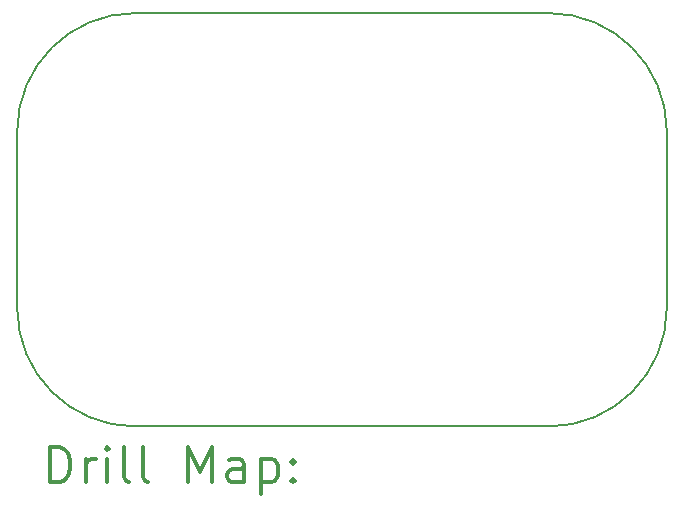
<source format=gbr>
%FSLAX45Y45*%
G04 Gerber Fmt 4.5, Leading zero omitted, Abs format (unit mm)*
G04 Created by KiCad (PCBNEW (5.0.0)) date 12/09/18 19:25:15*
%MOMM*%
%LPD*%
G01*
G04 APERTURE LIST*
%ADD10C,0.150000*%
%ADD11C,0.200000*%
%ADD12C,0.300000*%
G04 APERTURE END LIST*
D10*
X16600110Y-8750360D02*
X13100110Y-8750360D01*
X12100110Y-9750360D02*
X12100110Y-11250360D01*
X13100110Y-12250360D02*
G75*
G02X12100110Y-11250360I0J1000000D01*
G01*
X12100110Y-9750360D02*
G75*
G02X13100110Y-8750360I1000000J0D01*
G01*
X17600110Y-11250360D02*
X17600110Y-9750360D01*
X13100110Y-12250360D02*
X16600110Y-12250360D01*
X17600110Y-11250360D02*
G75*
G02X16600110Y-12250360I-1000000J0D01*
G01*
X16600110Y-8750360D02*
G75*
G02X17600110Y-9750360I0J-1000000D01*
G01*
D11*
D12*
X12379038Y-12723574D02*
X12379038Y-12423574D01*
X12450467Y-12423574D01*
X12493324Y-12437860D01*
X12521896Y-12466431D01*
X12536181Y-12495003D01*
X12550467Y-12552146D01*
X12550467Y-12595003D01*
X12536181Y-12652146D01*
X12521896Y-12680717D01*
X12493324Y-12709289D01*
X12450467Y-12723574D01*
X12379038Y-12723574D01*
X12679038Y-12723574D02*
X12679038Y-12523574D01*
X12679038Y-12580717D02*
X12693324Y-12552146D01*
X12707610Y-12537860D01*
X12736181Y-12523574D01*
X12764753Y-12523574D01*
X12864753Y-12723574D02*
X12864753Y-12523574D01*
X12864753Y-12423574D02*
X12850467Y-12437860D01*
X12864753Y-12452146D01*
X12879038Y-12437860D01*
X12864753Y-12423574D01*
X12864753Y-12452146D01*
X13050467Y-12723574D02*
X13021896Y-12709289D01*
X13007610Y-12680717D01*
X13007610Y-12423574D01*
X13207610Y-12723574D02*
X13179038Y-12709289D01*
X13164753Y-12680717D01*
X13164753Y-12423574D01*
X13550467Y-12723574D02*
X13550467Y-12423574D01*
X13650467Y-12637860D01*
X13750467Y-12423574D01*
X13750467Y-12723574D01*
X14021896Y-12723574D02*
X14021896Y-12566431D01*
X14007610Y-12537860D01*
X13979038Y-12523574D01*
X13921896Y-12523574D01*
X13893324Y-12537860D01*
X14021896Y-12709289D02*
X13993324Y-12723574D01*
X13921896Y-12723574D01*
X13893324Y-12709289D01*
X13879038Y-12680717D01*
X13879038Y-12652146D01*
X13893324Y-12623574D01*
X13921896Y-12609289D01*
X13993324Y-12609289D01*
X14021896Y-12595003D01*
X14164753Y-12523574D02*
X14164753Y-12823574D01*
X14164753Y-12537860D02*
X14193324Y-12523574D01*
X14250467Y-12523574D01*
X14279038Y-12537860D01*
X14293324Y-12552146D01*
X14307610Y-12580717D01*
X14307610Y-12666431D01*
X14293324Y-12695003D01*
X14279038Y-12709289D01*
X14250467Y-12723574D01*
X14193324Y-12723574D01*
X14164753Y-12709289D01*
X14436181Y-12695003D02*
X14450467Y-12709289D01*
X14436181Y-12723574D01*
X14421896Y-12709289D01*
X14436181Y-12695003D01*
X14436181Y-12723574D01*
X14436181Y-12537860D02*
X14450467Y-12552146D01*
X14436181Y-12566431D01*
X14421896Y-12552146D01*
X14436181Y-12537860D01*
X14436181Y-12566431D01*
M02*

</source>
